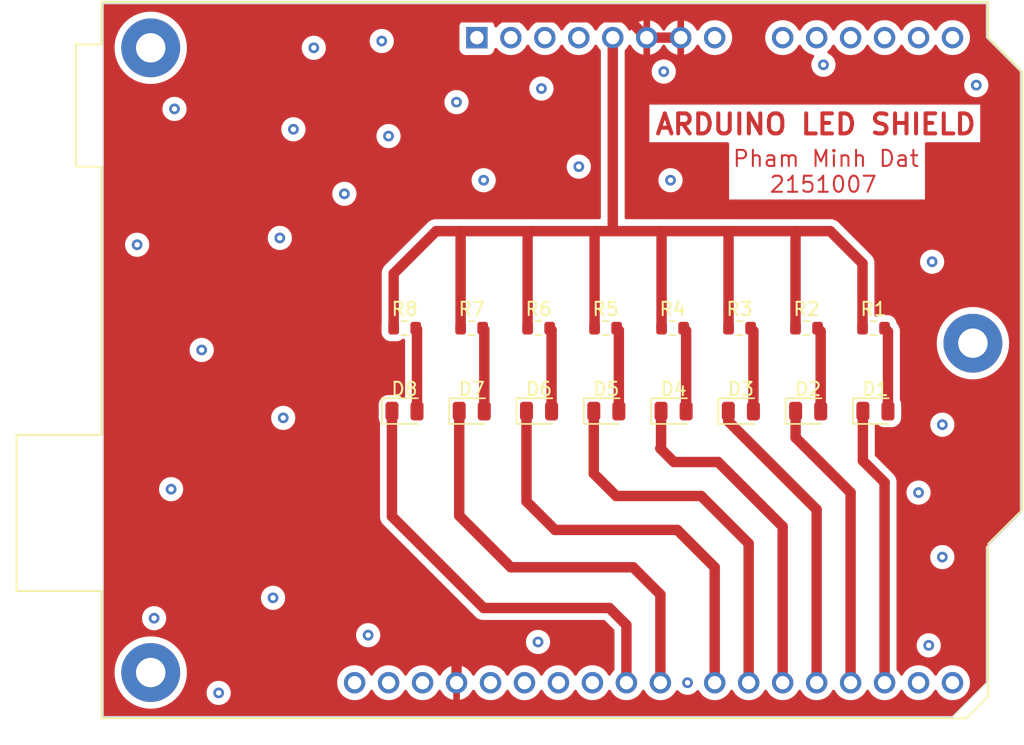
<source format=kicad_pcb>
(kicad_pcb (version 20221018) (generator pcbnew)
  (layers (0 "F.Cu" signal) (31 "B.Cu" signal) (34 "B.Paste" user) (35 "F.Paste" user) (36 "B.SilkS" user "B.Silkscreen") (37 "F.SilkS" user "F.Silkscreen") (38 "B.Mask" user) (39 "F.Mask" user) (44 "Edge.Cuts" user))
  (net 0 "")
  (net 5 "Net-(A1-+5V)")
  (net 6 "GND")
  (net 16 "Net-(A1-D2)")
  (net 17 "Net-(A1-D3)")
  (net 18 "Net-(A1-D4)")
  (net 19 "Net-(A1-D5)")
  (net 20 "Net-(A1-D6)")
  (net 21 "Net-(A1-D7)")
  (net 22 "Net-(A1-D8)")
  (net 23 "Net-(A1-D9)")
  (net 31 "Net-(D1-A)")
  (net 32 "Net-(D2-A)")
  (net 33 "Net-(D3-A)")
  (net 34 "Net-(D4-A)")
  (net 35 "Net-(D5-A)")
  (net 36 "Net-(D6-A)")
  (net 37 "Net-(D7-A)")
  (net 38 "Net-(D8-A)")
  (footprint "Resistor_SMD:R_0603_1608Metric" (layer "F.Cu") (at 154.332712 85.235)
    (fp_text reference "R4" (at 0 -1.43) (layer "F.SilkS"))
    (fp_text value "247")
    (fp_line (start -0.237258 -0.5225) (end 0.237258 -0.5225) (stroke (width 0.12)) (layer "F.SilkS"))
    (fp_line (start -0.237258 0.5225) (end 0.237258 0.5225) (stroke (width 0.12)) (layer "F.SilkS"))
    (pad "1" smd roundrect (at -0.825 0) (size 0.8 0.95) (layers "F.Cu" "F.Paste" "F.Mask") (net 5 "Net-(A1-+5V)"))
    (pad "2" smd roundrect (at 0.825 0) (size 0.8 0.95) (layers "F.Cu" "F.Paste" "F.Mask") (net 34 "Net-(D4-A)"))
  )
  (footprint "LED_SMD:LED_0805_2012Metric" (layer "F.Cu") (at 164.466642 91.44)
    (fp_text reference "D2" (at 0 -1.65) (layer "F.SilkS"))
    (fp_text value "LED")
    (fp_line (start -1.685 -0.96) (end -1.685 0.96) (stroke (width 0.12)) (layer "F.SilkS"))
    (fp_line (start -1.685 0.96) (end 1 0.96) (stroke (width 0.12)) (layer "F.SilkS"))
    (fp_line (start 1 -0.96) (end -1.685 -0.96) (stroke (width 0.12)) (layer "F.SilkS"))
    (pad "1" smd roundrect (at -0.9375 0) (size 0.975 1.4) (layers "F.Cu" "F.Paste" "F.Mask") (net 17 "Net-(A1-D3)"))
    (pad "2" smd roundrect (at 0.9375 0) (size 0.975 1.4) (layers "F.Cu" "F.Paste" "F.Mask") (net 32 "Net-(D2-A)"))
  )
  (footprint "MountingHole:MountingHole_2.2mm_M2_Pad" (layer "F.Cu") (at 176.784 86.36)
    (fp_text reference "REF**" hide)
    (fp_text value "MountingHole_2.2mm_M2_Pad")
    (pad "1" thru_hole circle (at 0 0) (size 4.4 4.4) (drill 2.2) (layers "*.Cu" "*.Mask"))
  )
  (footprint "Resistor_SMD:R_0603_1608Metric" (layer "F.Cu") (at 144.317856 85.235)
    (fp_text reference "R6" (at 0 -1.43) (layer "F.SilkS"))
    (fp_text value "247")
    (fp_line (start -0.237258 -0.5225) (end 0.237258 -0.5225) (stroke (width 0.12)) (layer "F.SilkS"))
    (fp_line (start -0.237258 0.5225) (end 0.237258 0.5225) (stroke (width 0.12)) (layer "F.SilkS"))
    (pad "1" smd roundrect (at -0.825 0) (size 0.8 0.95) (layers "F.Cu" "F.Paste" "F.Mask") (net 5 "Net-(A1-+5V)"))
    (pad "2" smd roundrect (at 0.825 0) (size 0.8 0.95) (layers "F.Cu" "F.Paste" "F.Mask") (net 36 "Net-(D6-A)"))
  )
  (footprint "Resistor_SMD:R_0603_1608Metric" (layer "F.Cu") (at 164.347568 85.235)
    (fp_text reference "R2" (at 0 -1.43) (layer "F.SilkS"))
    (fp_text value "247")
    (fp_line (start -0.237258 -0.5225) (end 0.237258 -0.5225) (stroke (width 0.12)) (layer "F.SilkS"))
    (fp_line (start -0.237258 0.5225) (end 0.237258 0.5225) (stroke (width 0.12)) (layer "F.SilkS"))
    (pad "1" smd roundrect (at -0.825 0) (size 0.8 0.95) (layers "F.Cu" "F.Paste" "F.Mask") (net 5 "Net-(A1-+5V)"))
    (pad "2" smd roundrect (at 0.825 0) (size 0.8 0.95) (layers "F.Cu" "F.Paste" "F.Mask") (net 32 "Net-(D2-A)"))
  )
  (footprint "Module:Arduino_UNO_R3" (layer "F.Cu") (at 139.7 63.5)
    (fp_text reference "A1" hide)
    (fp_text value "Arduino_UNO_R3")
    (fp_line (start -34.42 29.72) (end -34.42 41.4) (stroke (width 0.12)) (layer "F.SilkS"))
    (fp_line (start -34.42 41.4) (end -28.07 41.4) (stroke (width 0.12)) (layer "F.SilkS"))
    (fp_line (start -29.97 0.51) (end -29.97 9.65) (stroke (width 0.12)) (layer "F.SilkS"))
    (fp_line (start -29.97 9.65) (end -28.07 9.65) (stroke (width 0.12)) (layer "F.SilkS"))
    (fp_line (start -28.07 -2.67) (end -28.07 0.51) (stroke (width 0.12)) (layer "F.SilkS"))
    (fp_line (start -28.07 0.51) (end -29.97 0.51) (stroke (width 0.12)) (layer "F.SilkS"))
    (fp_line (start -28.07 9.65) (end -28.07 29.72) (stroke (width 0.12)) (layer "F.SilkS"))
    (fp_line (start -28.07 29.72) (end -34.42 29.72) (stroke (width 0.12)) (layer "F.SilkS"))
    (fp_line (start -28.07 41.4) (end -28.07 50.93) (stroke (width 0.12)) (layer "F.SilkS"))
    (fp_line (start -28.07 50.93) (end 36.58 50.93) (stroke (width 0.12)) (layer "F.SilkS"))
    (fp_line (start 36.58 50.93) (end 38.23 49.28) (stroke (width 0.12)) (layer "F.SilkS"))
    (fp_line (start 38.23 -2.67) (end -28.07 -2.67) (stroke (width 0.12)) (layer "F.SilkS"))
    (fp_line (start 38.23 0) (end 38.23 -2.67) (stroke (width 0.12)) (layer "F.SilkS"))
    (fp_line (start 38.23 37.85) (end 40.77 35.31) (stroke (width 0.12)) (layer "F.SilkS"))
    (fp_line (start 38.23 49.28) (end 38.23 37.85) (stroke (width 0.12)) (layer "F.SilkS"))
    (fp_line (start 40.77 2.54) (end 38.23 0) (stroke (width 0.12)) (layer "F.SilkS"))
    (fp_line (start 40.77 35.31) (end 40.77 2.54) (stroke (width 0.12)) (layer "F.SilkS"))
    (pad "1" thru_hole rect (at 0 0 90) (size 1.6 1.6) (drill 1) (layers "*.Cu" "*.Mask"))
    (pad "2" thru_hole oval (at 2.54 0 90) (size 1.6 1.6) (drill 1) (layers "*.Cu" "*.Mask"))
    (pad "3" thru_hole oval (at 5.08 0 90) (size 1.6 1.6) (drill 1) (layers "*.Cu" "*.Mask"))
    (pad "4" thru_hole oval (at 7.62 0 90) (size 1.6 1.6) (drill 1) (layers "*.Cu" "*.Mask"))
    (pad "5" thru_hole oval (at 10.16 0 90) (size 1.6 1.6) (drill 1) (layers "*.Cu" "*.Mask") (net 5 "Net-(A1-+5V)"))
    (pad "6" thru_hole oval (at 12.7 0 90) (size 1.6 1.6) (drill 1) (layers "*.Cu" "*.Mask") (net 6 "GND"))
    (pad "7" thru_hole oval (at 15.24 0 90) (size 1.6 1.6) (drill 1) (layers "*.Cu" "*.Mask") (net 6 "GND"))
    (pad "8" thru_hole oval (at 17.78 0 90) (size 1.6 1.6) (drill 1) (layers "*.Cu" "*.Mask"))
    (pad "9" thru_hole oval (at 22.86 0 90) (size 1.6 1.6) (drill 1) (layers "*.Cu" "*.Mask"))
    (pad "10" thru_hole oval (at 25.4 0 90) (size 1.6 1.6) (drill 1) (layers "*.Cu" "*.Mask"))
    (pad "11" thru_hole oval (at 27.94 0 90) (size 1.6 1.6) (drill 1) (layers "*.Cu" "*.Mask"))
    (pad "12" thru_hole oval (at 30.48 0 90) (size 1.6 1.6) (drill 1) (layers "*.Cu" "*.Mask"))
    (pad "13" thru_hole oval (at 33.02 0 90) (size 1.6 1.6) (drill 1) (layers "*.Cu" "*.Mask"))
    (pad "14" thru_hole oval (at 35.56 0 90) (size 1.6 1.6) (drill 1) (layers "*.Cu" "*.Mask"))
    (pad "15" thru_hole oval (at 35.56 48.26 90) (size 1.6 1.6) (drill 1) (layers "*.Cu" "*.Mask"))
    (pad "16" thru_hole oval (at 33.02 48.26 90) (size 1.6 1.6) (drill 1) (layers "*.Cu" "*.Mask"))
    (pad "17" thru_hole oval (at 30.48 48.26 90) (size 1.6 1.6) (drill 1) (layers "*.Cu" "*.Mask") (net 16 "Net-(A1-D2)"))
    (pad "18" thru_hole oval (at 27.94 48.26 90) (size 1.6 1.6) (drill 1) (layers "*.Cu" "*.Mask") (net 17 "Net-(A1-D3)"))
    (pad "19" thru_hole oval (at 25.4 48.26 90) (size 1.6 1.6) (drill 1) (layers "*.Cu" "*.Mask") (net 18 "Net-(A1-D4)"))
    (pad "20" thru_hole oval (at 22.86 48.26 90) (size 1.6 1.6) (drill 1) (layers "*.Cu" "*.Mask") (net 19 "Net-(A1-D5)"))
    (pad "21" thru_hole oval (at 20.32 48.26 90) (size 1.6 1.6) (drill 1) (layers "*.Cu" "*.Mask") (net 20 "Net-(A1-D6)"))
    (pad "22" thru_hole oval (at 17.78 48.26 90) (size 1.6 1.6) (drill 1) (layers "*.Cu" "*.Mask") (net 21 "Net-(A1-D7)"))
    (pad "23" thru_hole oval (at 13.72 48.26 90) (size 1.6 1.6) (drill 1) (layers "*.Cu" "*.Mask") (net 22 "Net-(A1-D8)"))
    (pad "24" thru_hole oval (at 11.18 48.26 90) (size 1.6 1.6) (drill 1) (layers "*.Cu" "*.Mask") (net 23 "Net-(A1-D9)"))
    (pad "25" thru_hole oval (at 8.64 48.26 90) (size 1.6 1.6) (drill 1) (layers "*.Cu" "*.Mask"))
    (pad "26" thru_hole oval (at 6.1 48.26 90) (size 1.6 1.6) (drill 1) (layers "*.Cu" "*.Mask"))
    (pad "27" thru_hole oval (at 3.56 48.26 90) (size 1.6 1.6) (drill 1) (layers "*.Cu" "*.Mask"))
    (pad "28" thru_hole oval (at 1.02 48.26 90) (size 1.6 1.6) (drill 1) (layers "*.Cu" "*.Mask"))
    (pad "29" thru_hole oval (at -1.52 48.26 90) (size 1.6 1.6) (drill 1) (layers "*.Cu" "*.Mask") (net 6 "GND"))
    (pad "30" thru_hole oval (at -4.06 48.26 90) (size 1.6 1.6) (drill 1) (layers "*.Cu" "*.Mask"))
    (pad "31" thru_hole oval (at -6.6 48.26 90) (size 1.6 1.6) (drill 1) (layers "*.Cu" "*.Mask"))
    (pad "32" thru_hole oval (at -9.14 48.26 90) (size 1.6 1.6) (drill 1) (layers "*.Cu" "*.Mask"))
  )
  (footprint "LED_SMD:LED_0805_2012Metric" (layer "F.Cu") (at 154.406928 91.44)
    (fp_text reference "D4" (at 0 -1.65) (layer "F.SilkS"))
    (fp_text value "LED")
    (fp_line (start -1.685 -0.96) (end -1.685 0.96) (stroke (width 0.12)) (layer "F.SilkS"))
    (fp_line (start -1.685 0.96) (end 1 0.96) (stroke (width 0.12)) (layer "F.SilkS"))
    (fp_line (start 1 -0.96) (end -1.685 -0.96) (stroke (width 0.12)) (layer "F.SilkS"))
    (pad "1" smd roundrect (at -0.9375 0) (size 0.975 1.4) (layers "F.Cu" "F.Paste" "F.Mask") (net 19 "Net-(A1-D5)"))
    (pad "2" smd roundrect (at 0.9375 0) (size 0.975 1.4) (layers "F.Cu" "F.Paste" "F.Mask") (net 34 "Net-(D4-A)"))
  )
  (footprint "LED_SMD:LED_0805_2012Metric" (layer "F.Cu") (at 159.436785 91.44)
    (fp_text reference "D3" (at 0 -1.65) (layer "F.SilkS"))
    (fp_text value "LED")
    (fp_line (start -1.685 -0.96) (end -1.685 0.96) (stroke (width 0.12)) (layer "F.SilkS"))
    (fp_line (start -1.685 0.96) (end 1 0.96) (stroke (width 0.12)) (layer "F.SilkS"))
    (fp_line (start 1 -0.96) (end -1.685 -0.96) (stroke (width 0.12)) (layer "F.SilkS"))
    (pad "1" smd roundrect (at -0.9375 0) (size 0.975 1.4) (layers "F.Cu" "F.Paste" "F.Mask") (net 18 "Net-(A1-D4)"))
    (pad "2" smd roundrect (at 0.9375 0) (size 0.975 1.4) (layers "F.Cu" "F.Paste" "F.Mask") (net 33 "Net-(D3-A)"))
  )
  (footprint "LED_SMD:LED_0805_2012Metric" (layer "F.Cu") (at 139.317357 91.44)
    (fp_text reference "D7" (at 0 -1.65) (layer "F.SilkS"))
    (fp_text value "LED" hide)
    (fp_line (start -1.685 -0.96) (end -1.685 0.96) (stroke (width 0.12)) (layer "F.SilkS"))
    (fp_line (start -1.685 0.96) (end 1 0.96) (stroke (width 0.12)) (layer "F.SilkS"))
    (fp_line (start 1 -0.96) (end -1.685 -0.96) (stroke (width 0.12)) (layer "F.SilkS"))
    (pad "1" smd roundrect (at -0.9375 0) (size 0.975 1.4) (layers "F.Cu" "F.Paste" "F.Mask") (net 22 "Net-(A1-D8)"))
    (pad "2" smd roundrect (at 0.9375 0) (size 0.975 1.4) (layers "F.Cu" "F.Paste" "F.Mask") (net 37 "Net-(D7-A)"))
  )
  (footprint "Resistor_SMD:R_0603_1608Metric" (layer "F.Cu") (at 169.355 85.235)
    (fp_text reference "R1" (at 0 -1.43) (layer "F.SilkS"))
    (fp_text value "247")
    (fp_line (start -0.237258 -0.5225) (end 0.237258 -0.5225) (stroke (width 0.12)) (layer "F.SilkS"))
    (fp_line (start -0.237258 0.5225) (end 0.237258 0.5225) (stroke (width 0.12)) (layer "F.SilkS"))
    (pad "1" smd roundrect (at -0.825 0) (size 0.8 0.95) (layers "F.Cu" "F.Paste" "F.Mask") (net 5 "Net-(A1-+5V)"))
    (pad "2" smd roundrect (at 0.825 0) (size 0.8 0.95) (layers "F.Cu" "F.Paste" "F.Mask") (net 31 "Net-(D1-A)"))
  )
  (footprint "LED_SMD:LED_0805_2012Metric" (layer "F.Cu") (at 149.377071 91.44)
    (fp_text reference "D5" (at 0 -1.65) (layer "F.SilkS"))
    (fp_text value "LED" hide)
    (fp_line (start -1.685 -0.96) (end -1.685 0.96) (stroke (width 0.12)) (layer "F.SilkS"))
    (fp_line (start -1.685 0.96) (end 1 0.96) (stroke (width 0.12)) (layer "F.SilkS"))
    (fp_line (start 1 -0.96) (end -1.685 -0.96) (stroke (width 0.12)) (layer "F.SilkS"))
    (pad "1" smd roundrect (at -0.9375 0) (size 0.975 1.4) (layers "F.Cu" "F.Paste" "F.Mask") (net 20 "Net-(A1-D6)"))
    (pad "2" smd roundrect (at 0.9375 0) (size 0.975 1.4) (layers "F.Cu" "F.Paste" "F.Mask") (net 35 "Net-(D5-A)"))
  )
  (footprint "MountingHole:MountingHole_2.2mm_M2_Pad" (layer "F.Cu") (at 115.316 110.998)
    (fp_text reference "REF**" hide)
    (fp_text value "MountingHole_2.2mm_M2_Pad")
    (pad "1" thru_hole circle (at 0 0) (size 4.4 4.4) (drill 2.2) (layers "*.Cu" "*.Mask"))
  )
  (footprint "Resistor_SMD:R_0603_1608Metric" (layer "F.Cu") (at 159.34014 85.235)
    (fp_text reference "R3" (at 0 -1.43) (layer "F.SilkS"))
    (fp_text value "247")
    (fp_line (start -0.237258 -0.5225) (end 0.237258 -0.5225) (stroke (width 0.12)) (layer "F.SilkS"))
    (fp_line (start -0.237258 0.5225) (end 0.237258 0.5225) (stroke (width 0.12)) (layer "F.SilkS"))
    (pad "1" smd roundrect (at -0.825 0) (size 0.8 0.95) (layers "F.Cu" "F.Paste" "F.Mask") (net 5 "Net-(A1-+5V)"))
    (pad "2" smd roundrect (at 0.825 0) (size 0.8 0.95) (layers "F.Cu" "F.Paste" "F.Mask") (net 33 "Net-(D3-A)"))
  )
  (footprint "Resistor_SMD:R_0603_1608Metric" (layer "F.Cu") (at 149.325284 85.235)
    (fp_text reference "R5" (at 0 -1.43) (layer "F.SilkS"))
    (fp_text value "247")
    (fp_line (start -0.237258 -0.5225) (end 0.237258 -0.5225) (stroke (width 0.12)) (layer "F.SilkS"))
    (fp_line (start -0.237258 0.5225) (end 0.237258 0.5225) (stroke (width 0.12)) (layer "F.SilkS"))
    (pad "1" smd roundrect (at -0.825 0) (size 0.8 0.95) (layers "F.Cu" "F.Paste" "F.Mask") (net 5 "Net-(A1-+5V)"))
    (pad "2" smd roundrect (at 0.825 0) (size 0.8 0.95) (layers "F.Cu" "F.Paste" "F.Mask") (net 35 "Net-(D5-A)"))
  )
  (footprint "Resistor_SMD:R_0603_1608Metric" (layer "F.Cu") (at 134.303 85.235)
    (fp_text reference "R8" (at 0 -1.43) (layer "F.SilkS"))
    (fp_text value "247")
    (fp_line (start -0.237258 -0.5225) (end 0.237258 -0.5225) (stroke (width 0.12)) (layer "F.SilkS"))
    (fp_line (start -0.237258 0.5225) (end 0.237258 0.5225) (stroke (width 0.12)) (layer "F.SilkS"))
    (pad "1" smd roundrect (at -0.825 0) (size 0.8 0.95) (layers "F.Cu" "F.Paste" "F.Mask") (net 5 "Net-(A1-+5V)"))
    (pad "2" smd roundrect (at 0.825 0) (size 0.8 0.95) (layers "F.Cu" "F.Paste" "F.Mask") (net 38 "Net-(D8-A)"))
  )
  (footprint "MountingHole:MountingHole_2.2mm_M2_Pad" (layer "F.Cu") (at 115.316 64.262)
    (fp_text reference "REF**" hide)
    (fp_text value "MountingHole_2.2mm_M2_Pad")
    (pad "1" thru_hole circle (at 0 0) (size 4.4 4.4) (drill 2.2) (layers "*.Cu" "*.Mask"))
  )
  (footprint "Resistor_SMD:R_0603_1608Metric" (layer "F.Cu") (at 139.310428 85.235)
    (fp_text reference "R7" (at 0 -1.43) (layer "F.SilkS"))
    (fp_text value "247")
    (fp_line (start -0.237258 -0.5225) (end 0.237258 -0.5225) (stroke (width 0.12)) (layer "F.SilkS"))
    (fp_line (start -0.237258 0.5225) (end 0.237258 0.5225) (stroke (width 0.12)) (layer "F.SilkS"))
    (pad "1" smd roundrect (at -0.825 0) (size 0.8 0.95) (layers "F.Cu" "F.Paste" "F.Mask") (net 5 "Net-(A1-+5V)"))
    (pad "2" smd roundrect (at 0.825 0) (size 0.8 0.95) (layers "F.Cu" "F.Paste" "F.Mask") (net 37 "Net-(D7-A)"))
  )
  (footprint "LED_SMD:LED_0805_2012Metric" (layer "F.Cu") (at 169.4965 91.44)
    (fp_text reference "D1" (at 0 -1.65) (layer "F.SilkS"))
    (fp_text value "LED")
    (fp_line (start -1.685 -0.96) (end -1.685 0.96) (stroke (width 0.12)) (layer "F.SilkS"))
    (fp_line (start -1.685 0.96) (end 1 0.96) (stroke (width 0.12)) (layer "F.SilkS"))
    (fp_line (start 1 -0.96) (end -1.685 -0.96) (stroke (width 0.12)) (layer "F.SilkS"))
    (pad "1" smd roundrect (at -0.9375 0) (size 0.975 1.4) (layers "F.Cu" "F.Paste" "F.Mask") (net 16 "Net-(A1-D2)"))
    (pad "2" smd roundrect (at 0.9375 0) (size 0.975 1.4) (layers "F.Cu" "F.Paste" "F.Mask") (net 31 "Net-(D1-A)"))
  )
  (footprint "LED_SMD:LED_0805_2012Metric" (layer "F.Cu") (at 134.2875 91.44)
    (fp_text reference "D8" (at 0 -1.65) (layer "F.SilkS"))
    (fp_text value "LED" hide)
    (fp_line (start -1.685 -0.96) (end -1.685 0.96) (stroke (width 0.12)) (layer "F.SilkS"))
    (fp_line (start -1.685 0.96) (end 1 0.96) (stroke (width 0.12)) (layer "F.SilkS"))
    (fp_line (start 1 -0.96) (end -1.685 -0.96) (stroke (width 0.12)) (layer "F.SilkS"))
    (pad "1" smd roundrect (at -0.9375 0) (size 0.975 1.4) (layers "F.Cu" "F.Paste" "F.Mask") (net 23 "Net-(A1-D9)"))
    (pad "2" smd roundrect (at 0.9375 0) (size 0.975 1.4) (layers "F.Cu" "F.Paste" "F.Mask") (net 38 "Net-(D8-A)"))
  )
  (footprint "LED_SMD:LED_0805_2012Metric" (layer "F.Cu") (at 144.347214 91.44)
    (fp_text reference "D6" (at 0 -1.65) (layer "F.SilkS"))
    (fp_text value "LED" hide)
    (fp_line (start -1.685 -0.96) (end -1.685 0.96) (stroke (width 0.12)) (layer "F.SilkS"))
    (fp_line (start -1.685 0.96) (end 1 0.96) (stroke (width 0.12)) (layer "F.SilkS"))
    (fp_line (start 1 -0.96) (end -1.685 -0.96) (stroke (width 0.12)) (layer "F.SilkS"))
    (pad "1" smd roundrect (at -0.9375 0) (size 0.975 1.4) (layers "F.Cu" "F.Paste" "F.Mask") (net 21 "Net-(A1-D7)"))
    (pad "2" smd roundrect (at 0.9375 0) (size 0.975 1.4) (layers "F.Cu" "F.Paste" "F.Mask") (net 36 "Net-(D6-A)"))
  )
  (gr_line (start 175.26 114.3) (end 111.76 114.3) (stroke (width 0.1)) (layer "Edge.Cuts"))
  (gr_line (start 111.76 114.3) (end 111.76 60.96) (stroke (width 0.1)) (layer "Edge.Cuts"))
  (gr_line (start 177.8 60.96) (end 177.8 63.5) (stroke (width 0.1)) (layer "Edge.Cuts"))
  (gr_line (start 177.8 101.6) (end 177.8 111.76) (stroke (width 0.1)) (layer "Edge.Cuts"))
  (gr_line (start 180.34 66.04) (end 180.34 99.06) (stroke (width 0.1)) (layer "Edge.Cuts"))
  (gr_line (start 111.76 60.96) (end 177.8 60.96) (stroke (width 0.1)) (layer "Edge.Cuts"))
  (gr_line (start 177.8 111.76) (end 175.26 114.3) (stroke (width 0.1)) (layer "Edge.Cuts"))
  (gr_line (start 177.8 63.5) (end 180.34 66.04) (stroke (width 0.1)) (layer "Edge.Cuts"))
  (gr_line (start 180.34 99.06) (end 177.8 101.6) (stroke (width 0.1)) (layer "Edge.Cuts"))
  (gr_text "ARDUINO LED SHIELD" (at 152.908 70.866) (layer "F.Cu") (effects (font (size 1.5 1.5) (thickness 0.3) bold) (justify left bottom)))
  (gr_text "Pham Minh Dat\n   2151007" (at 158.75 75.184) (layer "F.Cu") (effects (font (size 1.2 1.2)) (justify left bottom)))
  (via (at 138.176 68.326) (size 0.8) (drill 0.4) (layers "F.Cu" "B.Cu") (net 0))
  (via (at 144.526 67.31) (size 0.8) (drill 0.4) (layers "F.Cu" "B.Cu") (net 0))
  (via (at 172.72 97.536) (size 0.8) (drill 0.4) (layers "F.Cu" "B.Cu") (net 0))
  (via (at 119.126 86.868) (size 0.8) (drill 0.4) (layers "F.Cu" "B.Cu") (net 0))
  (via (at 173.482 108.966) (size 0.8) (drill 0.4) (layers "F.Cu" "B.Cu") (net 0))
  (via (at 116.84 97.282) (size 0.8) (drill 0.4) (layers "F.Cu" "B.Cu") (net 0))
  (via (at 114.3 78.994) (size 0.8) (drill 0.4) (layers "F.Cu" "B.Cu") (net 0))
  (via (at 144.272 108.712) (size 0.8) (drill 0.4) (layers "F.Cu" "B.Cu") (net 0))
  (via (at 131.572 108.204) (size 0.8) (drill 0.4) (layers "F.Cu" "B.Cu") (net 0))
  (via (at 174.498 102.362) (size 0.8) (drill 0.4) (layers "F.Cu" "B.Cu") (net 0))
  (via (at 140.208 74.168) (size 0.8) (drill 0.4) (layers "F.Cu" "B.Cu") (net 0))
  (via (at 153.67 66.04) (size 0.8) (drill 0.4) (layers "F.Cu" "B.Cu") (net 0))
  (via (at 174.498 92.456) (size 0.8) (drill 0.4) (layers "F.Cu" "B.Cu") (net 0))
  (via (at 173.736 80.264) (size 0.8) (drill 0.4) (layers "F.Cu" "B.Cu") (net 0))
  (via (at 132.588 63.754) (size 0.8) (drill 0.4) (layers "F.Cu" "B.Cu") (net 0))
  (via (at 127.508 64.262) (size 0.8) (drill 0.4) (layers "F.Cu" "B.Cu") (net 0))
  (via (at 125.984 70.358) (size 0.8) (drill 0.4) (layers "F.Cu" "B.Cu") (net 0))
  (via (at 125.222 91.948) (size 0.8) (drill 0.4) (layers "F.Cu" "B.Cu") (net 0))
  (via (at 155.448 111.76) (size 0.8) (drill 0.4) (layers "F.Cu" "B.Cu") (net 0))
  (via (at 124.968 78.486) (size 0.8) (drill 0.4) (layers "F.Cu" "B.Cu") (net 0))
  (via (at 124.46 105.41) (size 0.8) (drill 0.4) (layers "F.Cu" "B.Cu") (net 0))
  (via (at 177.038 67.056) (size 0.8) (drill 0.4) (layers "F.Cu" "B.Cu") (net 0))
  (via (at 133.096 70.866) (size 0.8) (drill 0.4) (layers "F.Cu" "B.Cu") (net 0))
  (via (at 165.608 65.532) (size 0.8) (drill 0.4) (layers "F.Cu" "B.Cu") (net 0))
  (via (at 120.396 112.522) (size 0.8) (drill 0.4) (layers "F.Cu" "B.Cu") (net 0))
  (via (at 154.178 74.168) (size 0.8) (drill 0.4) (layers "F.Cu" "B.Cu") (net 0))
  (via (at 115.57 106.934) (size 0.8) (drill 0.4) (layers "F.Cu" "B.Cu") (net 0))
  (via (at 129.794 75.184) (size 0.8) (drill 0.4) (layers "F.Cu" "B.Cu") (net 0))
  (via (at 147.32 73.152) (size 0.8) (drill 0.4) (layers "F.Cu" "B.Cu") (net 0))
  (via (at 117.094 68.834) (size 0.8) (drill 0.4) (layers "F.Cu" "B.Cu") (net 0))
  (segment (start 158.51514 85.235) (end 158.51514 77.99714) (width 0.78) (layer "F.Cu") (net 5))
  (segment (start 158.496 77.978) (end 163.576 77.978) (width 0.78) (layer "F.Cu") (net 5))
  (segment (start 158.51514 77.99714) (end 158.496 77.978) (width 0.78) (layer "F.Cu") (net 5))
  (segment (start 153.416 77.978) (end 158.496 77.978) (width 0.78) (layer "F.Cu") (net 5))
  (segment (start 163.522568 78.031432) (end 163.576 77.978) (width 0.78) (layer "F.Cu") (net 5))
  (segment (start 153.507712 85.235) (end 153.507712 78.069712) (width 0.78) (layer "F.Cu") (net 5))
  (segment (start 166.116 77.978) (end 168.53 80.392) (width 0.78) (layer "F.Cu") (net 5))
  (segment (start 133.478 81.152) (end 136.652 77.978) (width 0.78) (layer "F.Cu") (net 5))
  (segment (start 149.86 77.978) (end 149.86 63.5) (width 0.78) (layer "F.Cu") (net 5))
  (segment (start 168.53 80.392) (end 168.53 85.235) (width 0.78) (layer "F.Cu") (net 5))
  (segment (start 153.507712 78.069712) (end 153.416 77.978) (width 0.78) (layer "F.Cu") (net 5))
  (segment (start 148.500284 85.235) (end 148.500284 78.067716) (width 0.78) (layer "F.Cu") (net 5))
  (segment (start 136.652 77.978) (end 138.43 77.978) (width 0.78) (layer "F.Cu") (net 5))
  (segment (start 148.59 77.978) (end 149.86 77.978) (width 0.78) (layer "F.Cu") (net 5))
  (segment (start 138.485428 78.033428) (end 138.43 77.978) (width 0.78) (layer "F.Cu") (net 5))
  (segment (start 143.492856 85.235) (end 143.492856 78.249144) (width 0.78) (layer "F.Cu") (net 5))
  (segment (start 138.43 77.978) (end 143.764 77.978) (width 0.78) (layer "F.Cu") (net 5))
  (segment (start 148.500284 78.067716) (end 148.59 77.978) (width 0.78) (layer "F.Cu") (net 5))
  (segment (start 143.492856 78.249144) (end 143.764 77.978) (width 0.78) (layer "F.Cu") (net 5))
  (segment (start 133.478 85.235) (end 133.478 81.152) (width 0.78) (layer "F.Cu") (net 5))
  (segment (start 143.764 77.978) (end 148.59 77.978) (width 0.78) (layer "F.Cu") (net 5))
  (segment (start 163.522568 85.235) (end 163.522568 78.031432) (width 0.78) (layer "F.Cu") (net 5))
  (segment (start 163.576 77.978) (end 166.116 77.978) (width 0.78) (layer "F.Cu") (net 5))
  (segment (start 138.485428 85.235) (end 138.485428 78.033428) (width 0.78) (layer "F.Cu") (net 5))
  (segment (start 149.86 77.978) (end 153.416 77.978) (width 0.78) (layer "F.Cu") (net 5))
  (segment (start 130.048 101.092) (end 130.048 80.264) (width 0.78) (layer "F.Cu") (net 6))
  (segment (start 138.18 109.224) (end 130.048 101.092) (width 0.78) (layer "F.Cu") (net 6))
  (segment (start 135.382 74.93) (end 135.382 64.262) (width 0.78) (layer "F.Cu") (net 6))
  (segment (start 137.668 61.976) (end 150.876 61.976) (width 0.78) (layer "F.Cu") (net 6))
  (segment (start 150.876 61.976) (end 152.4 63.5) (width 0.78) (layer "F.Cu") (net 6))
  (segment (start 130.048 80.264) (end 135.382 74.93) (width 0.78) (layer "F.Cu") (net 6))
  (segment (start 135.382 64.262) (end 137.668 61.976) (width 0.78) (layer "F.Cu") (net 6))
  (segment (start 138.18 111.76) (end 138.18 109.224) (width 0.78) (layer "F.Cu") (net 6))
  (segment (start 152.4 63.5) (end 154.94 63.5) (width 0.78) (layer "F.Cu") (net 6))
  (segment (start 170.18 96.774) (end 168.559 95.153) (width 0.78) (layer "F.Cu") (net 16))
  (segment (start 168.559 95.153) (end 168.559 91.44) (width 0.78) (layer "F.Cu") (net 16))
  (segment (start 170.18 111.76) (end 170.18 96.774) (width 0.78) (layer "F.Cu") (net 16))
  (segment (start 167.64 111.76) (end 167.64 97.536) (width 0.78) (layer "F.Cu") (net 17))
  (segment (start 167.64 97.536) (end 163.529142 93.425142) (width 0.78) (layer "F.Cu") (net 17))
  (segment (start 163.529142 93.425142) (end 163.529142 91.44) (width 0.78) (layer "F.Cu") (net 17))
  (segment (start 165.1 98.806) (end 158.499285 92.205285) (width 0.78) (layer "F.Cu") (net 18))
  (segment (start 165.1 111.76) (end 165.1 98.806) (width 0.78) (layer "F.Cu") (net 18))
  (segment (start 158.499285 92.205285) (end 158.499285 91.44) (width 0.78) (layer "F.Cu") (net 18))
  (segment (start 157.734 95.25) (end 154.432 95.25) (width 0.78) (layer "F.Cu") (net 19))
  (segment (start 153.469428 94.180572) (end 153.469428 91.44) (width 0.78) (layer "F.Cu") (net 19))
  (segment (start 154.432 95.25) (end 153.416 94.234) (width 0.78) (layer "F.Cu") (net 19))
  (segment (start 162.56 111.76) (end 162.56 100.076) (width 0.78) (layer "F.Cu") (net 19))
  (segment (start 162.56 100.076) (end 157.734 95.25) (width 0.78) (layer "F.Cu") (net 19))
  (segment (start 153.416 94.234) (end 153.469428 94.180572) (width 0.78) (layer "F.Cu") (net 19))
  (segment (start 150.114 97.79) (end 148.439571 96.115571) (width 0.78) (layer "F.Cu") (net 20))
  (segment (start 160.02 111.76) (end 160.02 101.346) (width 0.78) (layer "F.Cu") (net 20))
  (segment (start 160.02 101.346) (end 156.464 97.79) (width 0.78) (layer "F.Cu") (net 20))
  (segment (start 156.464 97.79) (end 150.114 97.79) (width 0.78) (layer "F.Cu") (net 20))
  (segment (start 148.439571 96.115571) (end 148.439571 91.44) (width 0.78) (layer "F.Cu") (net 20))
  (segment (start 145.542 100.33) (end 143.409714 98.197714) (width 0.78) (layer "F.Cu") (net 21))
  (segment (start 157.48 111.76) (end 157.48 103.124) (width 0.78) (layer "F.Cu") (net 21))
  (segment (start 154.686 100.33) (end 145.542 100.33) (width 0.78) (layer "F.Cu") (net 21))
  (segment (start 143.409714 98.197714) (end 143.409714 91.44) (width 0.78) (layer "F.Cu") (net 21))
  (segment (start 157.48 103.124) (end 154.686 100.33) (width 0.78) (layer "F.Cu") (net 21))
  (segment (start 138.379857 99.263857) (end 138.379857 91.44) (width 0.78) (layer "F.Cu") (net 22))
  (segment (start 153.42 105.16) (end 151.384 103.124) (width 0.78) (layer "F.Cu") (net 22))
  (segment (start 153.42 111.76) (end 153.42 105.16) (width 0.78) (layer "F.Cu") (net 22))
  (segment (start 142.24 103.124) (end 138.379857 99.263857) (width 0.78) (layer "F.Cu") (net 22))
  (segment (start 151.384 103.124) (end 142.24 103.124) (width 0.78) (layer "F.Cu") (net 22))
  (segment (start 133.35 99.314) (end 133.35 91.44) (width 0.78) (layer "F.Cu") (net 23))
  (segment (start 149.606 106.172) (end 140.208 106.172) (width 0.78) (layer "F.Cu") (net 23))
  (segment (start 140.208 106.172) (end 133.35 99.314) (width 0.78) (layer "F.Cu") (net 23))
  (segment (start 150.88 107.446) (end 149.606 106.172) (width 0.78) (layer "F.Cu") (net 23))
  (segment (start 150.88 111.76) (end 150.88 107.446) (width 0.78) (layer "F.Cu") (net 23))
  (segment (start 170.434 91.44) (end 170.434 85.489) (width 0.78) (layer "F.Cu") (net 31))
  (segment (start 170.434 85.489) (end 170.18 85.235) (width 0.78) (layer "F.Cu") (net 31))
  (segment (start 165.404142 91.44) (end 165.404142 85.466574) (width 0.78) (layer "F.Cu") (net 32))
  (segment (start 165.404142 85.466574) (end 165.172568 85.235) (width 0.78) (layer "F.Cu") (net 32))
  (segment (start 160.374285 85.444145) (end 160.16514 85.235) (width 0.78) (layer "F.Cu") (net 33))
  (segment (start 160.374285 91.44) (end 160.374285 85.444145) (width 0.78) (layer "F.Cu") (net 33))
  (segment (start 155.344428 85.421716) (end 155.157712 85.235) (width 0.78) (layer "F.Cu") (net 34))
  (segment (start 155.344428 91.44) (end 155.344428 85.421716) (width 0.78) (layer "F.Cu") (net 34))
  (segment (start 150.314571 85.399287) (end 150.150284 85.235) (width 0.78) (layer "F.Cu") (net 35))
  (segment (start 150.314571 91.44) (end 150.314571 85.399287) (width 0.78) (layer "F.Cu") (net 35))
  (segment (start 145.284714 91.44) (end 145.284714 85.376858) (width 0.78) (layer "F.Cu") (net 36))
  (segment (start 145.284714 85.376858) (end 145.142856 85.235) (width 0.78) (layer "F.Cu") (net 36))
  (segment (start 140.254857 85.354429) (end 140.135428 85.235) (width 0.78) (layer "F.Cu") (net 37))
  (segment (start 140.254857 91.44) (end 140.254857 85.354429) (width 0.78) (layer "F.Cu") (net 37))
  (segment (start 135.225 91.44) (end 135.225 85.332) (width 0.78) (layer "F.Cu") (net 38))
  (segment (start 135.225 85.332) (end 135.128 85.235) (width 0.78) (layer "F.Cu") (net 38))
  (zone (net 6) (net_name "GND") (layer "F.Cu") (priority 1) (connect_pads (clearance 0.5)) (min_thickness 0.25) (fill yes (thermal_gap 0.5) (thermal_bridge_width 0.5))
    (polygon (pts (xy 111.506 60.706) (xy 178.054 60.706) (xy 178.054 63.5) (xy 180.594 66.04) (xy 180.594 98.806) (xy 178.054 101.346) (xy 178.054 112.776) (xy 176.276 114.554) (xy 111.506 114.554)))
  )
)
</source>
